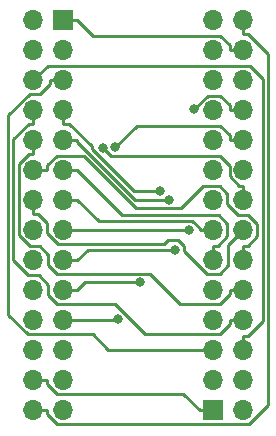
<source format=gbr>
G04 #@! TF.GenerationSoftware,KiCad,Pcbnew,(5.1.5-0-10_14)*
G04 #@! TF.CreationDate,2020-10-09T23:43:10+02:00*
G04 #@! TF.ProjectId,es_twister,65735f74-7769-4737-9465-722e6b696361,rev?*
G04 #@! TF.SameCoordinates,Original*
G04 #@! TF.FileFunction,Copper,L2,Bot*
G04 #@! TF.FilePolarity,Positive*
%FSLAX46Y46*%
G04 Gerber Fmt 4.6, Leading zero omitted, Abs format (unit mm)*
G04 Created by KiCad (PCBNEW (5.1.5-0-10_14)) date 2020-10-09 23:43:10*
%MOMM*%
%LPD*%
G04 APERTURE LIST*
%ADD10O,1.700000X1.700000*%
%ADD11R,1.700000X1.700000*%
%ADD12C,0.800000*%
%ADD13C,0.250000*%
G04 APERTURE END LIST*
D10*
X152400000Y-104140000D03*
X152400000Y-101600000D03*
X152400000Y-99060000D03*
X152400000Y-96520000D03*
X152400000Y-93980000D03*
X152400000Y-91440000D03*
X152400000Y-88900000D03*
X152400000Y-86360000D03*
X152400000Y-83820000D03*
X152400000Y-81280000D03*
X152400000Y-78740000D03*
X152400000Y-76200000D03*
X152400000Y-73660000D03*
X152400000Y-71120000D03*
D11*
X137160000Y-71120000D03*
D10*
X137160000Y-73660000D03*
X137160000Y-76200000D03*
X137160000Y-78740000D03*
X137160000Y-81280000D03*
X137160000Y-83820000D03*
X137160000Y-86360000D03*
X137160000Y-88900000D03*
X137160000Y-91440000D03*
X137160000Y-93980000D03*
X137160000Y-96520000D03*
X137160000Y-99060000D03*
X137160000Y-101600000D03*
X137160000Y-104140000D03*
D11*
X149860000Y-104140000D03*
D10*
X149860000Y-101600000D03*
X149860000Y-99060000D03*
X149860000Y-96520000D03*
X149860000Y-93980000D03*
X149860000Y-91440000D03*
X149860000Y-88900000D03*
X149860000Y-86360000D03*
X149860000Y-83820000D03*
X149860000Y-81280000D03*
X149860000Y-78740000D03*
X149860000Y-76200000D03*
X149860000Y-73660000D03*
X149860000Y-71120000D03*
X134620000Y-71120000D03*
X134620000Y-73660000D03*
X134620000Y-76200000D03*
X134620000Y-78740000D03*
X134620000Y-81280000D03*
X134620000Y-83820000D03*
X134620000Y-86360000D03*
X134620000Y-88900000D03*
X134620000Y-91440000D03*
X134620000Y-93980000D03*
X134620000Y-96520000D03*
X134620000Y-99060000D03*
X134620000Y-101600000D03*
X134620000Y-104140000D03*
D12*
X141762700Y-96441400D03*
X143631700Y-93342400D03*
X146620200Y-90579300D03*
X147783600Y-88900000D03*
X146063700Y-86339400D03*
X145354100Y-85634100D03*
X140484000Y-81945200D03*
X141556200Y-81885400D03*
X148250000Y-78672900D03*
D13*
X138335300Y-96520000D02*
X141684100Y-96520000D01*
X141684100Y-96520000D02*
X141762700Y-96441400D01*
X137160000Y-96520000D02*
X138335300Y-96520000D01*
X138335300Y-93980000D02*
X138972900Y-93342400D01*
X138972900Y-93342400D02*
X143631700Y-93342400D01*
X137160000Y-93980000D02*
X138335300Y-93980000D01*
X137160000Y-91440000D02*
X138335300Y-91440000D01*
X146620200Y-90579300D02*
X139196000Y-90579300D01*
X139196000Y-90579300D02*
X138335300Y-91440000D01*
X147783600Y-88900000D02*
X138335300Y-88900000D01*
X137160000Y-88900000D02*
X138335300Y-88900000D01*
X148684700Y-88900000D02*
X148684700Y-88775300D01*
X148684700Y-88775300D02*
X148084100Y-88174700D01*
X148084100Y-88174700D02*
X140150000Y-88174700D01*
X140150000Y-88174700D02*
X138335300Y-86360000D01*
X137160000Y-86360000D02*
X138335300Y-86360000D01*
X149860000Y-88900000D02*
X148684700Y-88900000D01*
X149860000Y-90264700D02*
X150227300Y-90264700D01*
X150227300Y-90264700D02*
X151035400Y-89456600D01*
X151035400Y-89456600D02*
X151035400Y-88374400D01*
X151035400Y-88374400D02*
X150291000Y-87630000D01*
X150291000Y-87630000D02*
X142145300Y-87630000D01*
X142145300Y-87630000D02*
X138335300Y-83820000D01*
X137160000Y-83820000D02*
X138335300Y-83820000D01*
X149860000Y-91440000D02*
X149860000Y-90264700D01*
X138335300Y-81280000D02*
X138335300Y-81459100D01*
X138335300Y-81459100D02*
X143235600Y-86359400D01*
X143235600Y-86359400D02*
X146043700Y-86359400D01*
X146043700Y-86359400D02*
X146063700Y-86339400D01*
X137160000Y-81280000D02*
X138335300Y-81280000D01*
X137160000Y-79915300D02*
X137651600Y-79915300D01*
X137651600Y-79915300D02*
X139571000Y-81834700D01*
X139571000Y-81834700D02*
X139571000Y-82057900D01*
X139571000Y-82057900D02*
X143147200Y-85634100D01*
X143147200Y-85634100D02*
X145354100Y-85634100D01*
X137160000Y-78740000D02*
X137160000Y-79915300D01*
X137160000Y-76200000D02*
X135984700Y-76200000D01*
X149860000Y-99060000D02*
X140957100Y-99060000D01*
X140957100Y-99060000D02*
X139641800Y-97744700D01*
X139641800Y-97744700D02*
X134129400Y-97744700D01*
X134129400Y-97744700D02*
X132469300Y-96084600D01*
X132469300Y-96084600D02*
X132469300Y-79210900D01*
X132469300Y-79210900D02*
X134304900Y-77375300D01*
X134304900Y-77375300D02*
X135176800Y-77375300D01*
X135176800Y-77375300D02*
X135984700Y-76567400D01*
X135984700Y-76567400D02*
X135984700Y-76200000D01*
X152400000Y-99060000D02*
X152400000Y-97884700D01*
X134620000Y-76200000D02*
X135825100Y-74994900D01*
X135825100Y-74994900D02*
X152918700Y-74994900D01*
X152918700Y-74994900D02*
X154035600Y-76111800D01*
X154035600Y-76111800D02*
X154035600Y-96616400D01*
X154035600Y-96616400D02*
X152767300Y-97884700D01*
X152767300Y-97884700D02*
X152400000Y-97884700D01*
X152400000Y-96520000D02*
X151224700Y-96520000D01*
X134620000Y-78740000D02*
X134620000Y-79915300D01*
X134620000Y-79915300D02*
X134252700Y-79915300D01*
X134252700Y-79915300D02*
X132919700Y-81248300D01*
X132919700Y-81248300D02*
X132919700Y-91490600D01*
X132919700Y-91490600D02*
X134157600Y-92728500D01*
X134157600Y-92728500D02*
X135060100Y-92728500D01*
X135060100Y-92728500D02*
X135890000Y-93558400D01*
X135890000Y-93558400D02*
X135890000Y-94415700D01*
X135890000Y-94415700D02*
X136629600Y-95155300D01*
X136629600Y-95155300D02*
X141527800Y-95155300D01*
X141527800Y-95155300D02*
X144067800Y-97695300D01*
X144067800Y-97695300D02*
X150416800Y-97695300D01*
X150416800Y-97695300D02*
X151224700Y-96887400D01*
X151224700Y-96887400D02*
X151224700Y-96520000D01*
X134620000Y-82455300D02*
X134252700Y-82455300D01*
X134252700Y-82455300D02*
X133408900Y-83299100D01*
X133408900Y-83299100D02*
X133408900Y-89360300D01*
X133408900Y-89360300D02*
X134313200Y-90264600D01*
X134313200Y-90264600D02*
X135145600Y-90264600D01*
X135145600Y-90264600D02*
X135890000Y-91009000D01*
X135890000Y-91009000D02*
X135890000Y-91872200D01*
X135890000Y-91872200D02*
X136633100Y-92615300D01*
X136633100Y-92615300D02*
X144452400Y-92615300D01*
X144452400Y-92615300D02*
X146992400Y-95155300D01*
X146992400Y-95155300D02*
X150416800Y-95155300D01*
X150416800Y-95155300D02*
X151224700Y-94347400D01*
X151224700Y-94347400D02*
X151224700Y-93980000D01*
X152400000Y-93980000D02*
X151224700Y-93980000D01*
X134620000Y-81280000D02*
X134620000Y-82455300D01*
X135795300Y-83820000D02*
X135795300Y-83452600D01*
X135795300Y-83452600D02*
X136603200Y-82644700D01*
X136603200Y-82644700D02*
X138884000Y-82644700D01*
X138884000Y-82644700D02*
X143304000Y-87064700D01*
X143304000Y-87064700D02*
X147098400Y-87064700D01*
X147098400Y-87064700D02*
X148981500Y-85181600D01*
X148981500Y-85181600D02*
X150382600Y-85181600D01*
X150382600Y-85181600D02*
X151035400Y-85834400D01*
X151035400Y-85834400D02*
X151035400Y-86745600D01*
X151035400Y-86745600D02*
X151901900Y-87612100D01*
X151901900Y-87612100D02*
X152776400Y-87612100D01*
X152776400Y-87612100D02*
X153575300Y-88411000D01*
X153575300Y-88411000D02*
X153575300Y-89456800D01*
X153575300Y-89456800D02*
X152767400Y-90264700D01*
X152767400Y-90264700D02*
X152400000Y-90264700D01*
X152400000Y-91440000D02*
X152400000Y-90264700D01*
X134620000Y-83820000D02*
X135795300Y-83820000D01*
X152400000Y-88900000D02*
X151130000Y-90170000D01*
X151130000Y-90170000D02*
X151130000Y-91871000D01*
X151130000Y-91871000D02*
X150385600Y-92615400D01*
X150385600Y-92615400D02*
X149346400Y-92615400D01*
X149346400Y-92615400D02*
X147406900Y-90675900D01*
X147406900Y-90675900D02*
X147406900Y-90299700D01*
X147406900Y-90299700D02*
X146899800Y-89792600D01*
X146899800Y-89792600D02*
X145996300Y-89792600D01*
X145996300Y-89792600D02*
X145679600Y-90109300D01*
X145679600Y-90109300D02*
X136705100Y-90109300D01*
X136705100Y-90109300D02*
X135795300Y-89199500D01*
X135795300Y-89199500D02*
X135795300Y-88343200D01*
X135795300Y-88343200D02*
X134987400Y-87535300D01*
X134987400Y-87535300D02*
X134620000Y-87535300D01*
X134620000Y-86360000D02*
X134620000Y-87535300D01*
X140484000Y-81945200D02*
X141183400Y-82644600D01*
X141183400Y-82644600D02*
X150385600Y-82644600D01*
X150385600Y-82644600D02*
X151224700Y-83483700D01*
X151224700Y-83483700D02*
X151224700Y-84376800D01*
X151224700Y-84376800D02*
X152032600Y-85184700D01*
X152032600Y-85184700D02*
X152400000Y-85184700D01*
X152400000Y-86360000D02*
X152400000Y-85184700D01*
X152400000Y-81280000D02*
X151224700Y-81280000D01*
X151224700Y-81280000D02*
X151224700Y-80912700D01*
X151224700Y-80912700D02*
X150401400Y-80089400D01*
X150401400Y-80089400D02*
X143352200Y-80089400D01*
X143352200Y-80089400D02*
X141556200Y-81885400D01*
X151224700Y-78740000D02*
X151224700Y-78372700D01*
X151224700Y-78372700D02*
X150416600Y-77564600D01*
X150416600Y-77564600D02*
X149358300Y-77564600D01*
X149358300Y-77564600D02*
X148250000Y-78672900D01*
X152400000Y-78740000D02*
X151224700Y-78740000D01*
X152400000Y-71120000D02*
X152400000Y-72295300D01*
X134620000Y-104140000D02*
X135795300Y-104140000D01*
X135795300Y-104140000D02*
X135795300Y-104507300D01*
X135795300Y-104507300D02*
X136644600Y-105356600D01*
X136644600Y-105356600D02*
X152869700Y-105356600D01*
X152869700Y-105356600D02*
X154488100Y-103738200D01*
X154488100Y-103738200D02*
X154488100Y-74016100D01*
X154488100Y-74016100D02*
X152767300Y-72295300D01*
X152767300Y-72295300D02*
X152400000Y-72295300D01*
X134620000Y-101600000D02*
X135795300Y-101600000D01*
X149860000Y-104140000D02*
X148684700Y-104140000D01*
X148684700Y-104140000D02*
X147320000Y-102775300D01*
X147320000Y-102775300D02*
X136603200Y-102775300D01*
X136603200Y-102775300D02*
X135795300Y-101967400D01*
X135795300Y-101967400D02*
X135795300Y-101600000D01*
X152400000Y-73660000D02*
X151224700Y-73660000D01*
X137160000Y-71120000D02*
X138335300Y-71120000D01*
X138335300Y-71120000D02*
X139700000Y-72484700D01*
X139700000Y-72484700D02*
X150416800Y-72484700D01*
X150416800Y-72484700D02*
X151224700Y-73292600D01*
X151224700Y-73292600D02*
X151224700Y-73660000D01*
M02*

</source>
